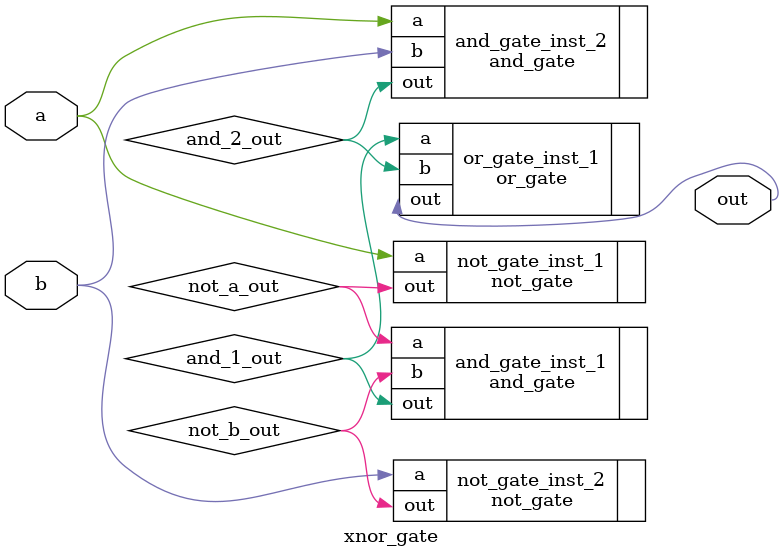
<source format=v>
module xnor_gate (a, b, out); 
	
	input a, b;

	output out;

	wire not_a_out, not_b_out;
	wire and_1_out, and_2_out;

	//Fill this out
	not_gate not_gate_inst_1 (
		.a			(a),
		.out 		(not_a_out)
	); 

	not_gate not_gate_inst_2 (
		.a			(b),
		.out 		(not_b_out)
	);

	and_gate and_gate_inst_1 (
		.a			(not_a_out),
		.b			(not_b_out),
		.out		(and_1_out)
	);

	and_gate and_gate_inst_2 (
		.a			(a),
		.b			(b),
		.out		(and_2_out)
	);

	or_gate or_gate_inst_1 (
		.a			(and_1_out),
		.b			(and_2_out),		
		.out		(out)
	);

endmodule



</source>
